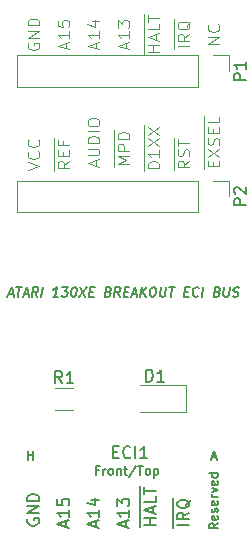
<source format=gto>
%TF.GenerationSoftware,KiCad,Pcbnew,5.1.9+dfsg1-1+deb11u1*%
%TF.CreationDate,2025-07-24T09:20:50+02:00*%
%TF.ProjectId,ECI-Breakout,4543492d-4272-4656-916b-6f75742e6b69,1.1*%
%TF.SameCoordinates,Original*%
%TF.FileFunction,Legend,Top*%
%TF.FilePolarity,Positive*%
%FSLAX46Y46*%
G04 Gerber Fmt 4.6, Leading zero omitted, Abs format (unit mm)*
G04 Created by KiCad (PCBNEW 5.1.9+dfsg1-1+deb11u1) date 2025-07-24 09:20:50*
%MOMM*%
%LPD*%
G01*
G04 APERTURE LIST*
%ADD10C,0.200000*%
%ADD11C,0.100000*%
%ADD12C,0.120000*%
%ADD13C,0.150000*%
G04 APERTURE END LIST*
D10*
X122288750Y-92081333D02*
X122669702Y-92081333D01*
X122183988Y-92309904D02*
X122550654Y-91509904D01*
X122717321Y-92309904D01*
X122969702Y-91509904D02*
X123426845Y-91509904D01*
X123098273Y-92309904D02*
X123198273Y-91509904D01*
X123583988Y-92081333D02*
X123964940Y-92081333D01*
X123479226Y-92309904D02*
X123845892Y-91509904D01*
X124012559Y-92309904D01*
X124736369Y-92309904D02*
X124517321Y-91928952D01*
X124279226Y-92309904D02*
X124379226Y-91509904D01*
X124683988Y-91509904D01*
X124755416Y-91548000D01*
X124788750Y-91586095D01*
X124817321Y-91662285D01*
X124803035Y-91776571D01*
X124755416Y-91852761D01*
X124712559Y-91890857D01*
X124631607Y-91928952D01*
X124326845Y-91928952D01*
X125079226Y-92309904D02*
X125179226Y-91509904D01*
X126488750Y-92309904D02*
X126031607Y-92309904D01*
X126260178Y-92309904D02*
X126360178Y-91509904D01*
X126269702Y-91624190D01*
X126183988Y-91700380D01*
X126103035Y-91738476D01*
X126855416Y-91509904D02*
X127350654Y-91509904D01*
X127045892Y-91814666D01*
X127160178Y-91814666D01*
X127231607Y-91852761D01*
X127264940Y-91890857D01*
X127293511Y-91967047D01*
X127269702Y-92157523D01*
X127222083Y-92233714D01*
X127179226Y-92271809D01*
X127098273Y-92309904D01*
X126869702Y-92309904D01*
X126798273Y-92271809D01*
X126764940Y-92233714D01*
X127845892Y-91509904D02*
X127922083Y-91509904D01*
X127993511Y-91548000D01*
X128026845Y-91586095D01*
X128055416Y-91662285D01*
X128074464Y-91814666D01*
X128050654Y-92005142D01*
X127993511Y-92157523D01*
X127945892Y-92233714D01*
X127903035Y-92271809D01*
X127822083Y-92309904D01*
X127745892Y-92309904D01*
X127674464Y-92271809D01*
X127641130Y-92233714D01*
X127612559Y-92157523D01*
X127593511Y-92005142D01*
X127617321Y-91814666D01*
X127674464Y-91662285D01*
X127722083Y-91586095D01*
X127764940Y-91548000D01*
X127845892Y-91509904D01*
X128379226Y-91509904D02*
X128812559Y-92309904D01*
X128912559Y-91509904D02*
X128279226Y-92309904D01*
X129169702Y-91890857D02*
X129436369Y-91890857D01*
X129498273Y-92309904D02*
X129117321Y-92309904D01*
X129217321Y-91509904D01*
X129598273Y-91509904D01*
X130769702Y-91890857D02*
X130879226Y-91928952D01*
X130912559Y-91967047D01*
X130941130Y-92043238D01*
X130926845Y-92157523D01*
X130879226Y-92233714D01*
X130836369Y-92271809D01*
X130755416Y-92309904D01*
X130450654Y-92309904D01*
X130550654Y-91509904D01*
X130817321Y-91509904D01*
X130888750Y-91548000D01*
X130922083Y-91586095D01*
X130950654Y-91662285D01*
X130941130Y-91738476D01*
X130893511Y-91814666D01*
X130850654Y-91852761D01*
X130769702Y-91890857D01*
X130503035Y-91890857D01*
X131707797Y-92309904D02*
X131488750Y-91928952D01*
X131250654Y-92309904D02*
X131350654Y-91509904D01*
X131655416Y-91509904D01*
X131726845Y-91548000D01*
X131760178Y-91586095D01*
X131788750Y-91662285D01*
X131774464Y-91776571D01*
X131726845Y-91852761D01*
X131683988Y-91890857D01*
X131603035Y-91928952D01*
X131298273Y-91928952D01*
X132103035Y-91890857D02*
X132369702Y-91890857D01*
X132431607Y-92309904D02*
X132050654Y-92309904D01*
X132150654Y-91509904D01*
X132531607Y-91509904D01*
X132764940Y-92081333D02*
X133145892Y-92081333D01*
X132660178Y-92309904D02*
X133026845Y-91509904D01*
X133193511Y-92309904D01*
X133460178Y-92309904D02*
X133560178Y-91509904D01*
X133917321Y-92309904D02*
X133631607Y-91852761D01*
X134017321Y-91509904D02*
X133503035Y-91967047D01*
X134512559Y-91509904D02*
X134664940Y-91509904D01*
X134736369Y-91548000D01*
X134803035Y-91624190D01*
X134822083Y-91776571D01*
X134788750Y-92043238D01*
X134731607Y-92195619D01*
X134645892Y-92271809D01*
X134564940Y-92309904D01*
X134412559Y-92309904D01*
X134341130Y-92271809D01*
X134274464Y-92195619D01*
X134255416Y-92043238D01*
X134288750Y-91776571D01*
X134345892Y-91624190D01*
X134431607Y-91548000D01*
X134512559Y-91509904D01*
X135198273Y-91509904D02*
X135117321Y-92157523D01*
X135145892Y-92233714D01*
X135179226Y-92271809D01*
X135250654Y-92309904D01*
X135403035Y-92309904D01*
X135483988Y-92271809D01*
X135526845Y-92233714D01*
X135574464Y-92157523D01*
X135655416Y-91509904D01*
X135922083Y-91509904D02*
X136379226Y-91509904D01*
X136050654Y-92309904D02*
X136150654Y-91509904D01*
X137207797Y-91890857D02*
X137474464Y-91890857D01*
X137536369Y-92309904D02*
X137155416Y-92309904D01*
X137255416Y-91509904D01*
X137636369Y-91509904D01*
X138345892Y-92233714D02*
X138303035Y-92271809D01*
X138183988Y-92309904D01*
X138107797Y-92309904D01*
X137998273Y-92271809D01*
X137931607Y-92195619D01*
X137903035Y-92119428D01*
X137883988Y-91967047D01*
X137898273Y-91852761D01*
X137955416Y-91700380D01*
X138003035Y-91624190D01*
X138088750Y-91548000D01*
X138207797Y-91509904D01*
X138283988Y-91509904D01*
X138393511Y-91548000D01*
X138426845Y-91586095D01*
X138679226Y-92309904D02*
X138779226Y-91509904D01*
X139988750Y-91890857D02*
X140098273Y-91928952D01*
X140131607Y-91967047D01*
X140160178Y-92043238D01*
X140145892Y-92157523D01*
X140098273Y-92233714D01*
X140055416Y-92271809D01*
X139974464Y-92309904D01*
X139669702Y-92309904D01*
X139769702Y-91509904D01*
X140036369Y-91509904D01*
X140107797Y-91548000D01*
X140141130Y-91586095D01*
X140169702Y-91662285D01*
X140160178Y-91738476D01*
X140112559Y-91814666D01*
X140069702Y-91852761D01*
X139988750Y-91890857D01*
X139722083Y-91890857D01*
X140569702Y-91509904D02*
X140488750Y-92157523D01*
X140517321Y-92233714D01*
X140550654Y-92271809D01*
X140622083Y-92309904D01*
X140774464Y-92309904D01*
X140855416Y-92271809D01*
X140898273Y-92233714D01*
X140945892Y-92157523D01*
X141026845Y-91509904D01*
X141274464Y-92271809D02*
X141383988Y-92309904D01*
X141574464Y-92309904D01*
X141655416Y-92271809D01*
X141698273Y-92233714D01*
X141745892Y-92157523D01*
X141755416Y-92081333D01*
X141726845Y-92005142D01*
X141693511Y-91967047D01*
X141622083Y-91928952D01*
X141474464Y-91890857D01*
X141403035Y-91852761D01*
X141369702Y-91814666D01*
X141341130Y-91738476D01*
X141350654Y-91662285D01*
X141398273Y-91586095D01*
X141441130Y-91548000D01*
X141522083Y-91509904D01*
X141712559Y-91509904D01*
X141822083Y-91548000D01*
D11*
X138850000Y-81509904D02*
X138850000Y-80605142D01*
X139628571Y-81271809D02*
X139628571Y-80938476D01*
X140152380Y-80795619D02*
X140152380Y-81271809D01*
X139152380Y-81271809D01*
X139152380Y-80795619D01*
X138850000Y-80605142D02*
X138850000Y-79652761D01*
X139152380Y-80462285D02*
X140152380Y-79795619D01*
X139152380Y-79795619D02*
X140152380Y-80462285D01*
X138850000Y-79652761D02*
X138850000Y-78700380D01*
X140104761Y-79462285D02*
X140152380Y-79319428D01*
X140152380Y-79081333D01*
X140104761Y-78986095D01*
X140057142Y-78938476D01*
X139961904Y-78890857D01*
X139866666Y-78890857D01*
X139771428Y-78938476D01*
X139723809Y-78986095D01*
X139676190Y-79081333D01*
X139628571Y-79271809D01*
X139580952Y-79367047D01*
X139533333Y-79414666D01*
X139438095Y-79462285D01*
X139342857Y-79462285D01*
X139247619Y-79414666D01*
X139200000Y-79367047D01*
X139152380Y-79271809D01*
X139152380Y-79033714D01*
X139200000Y-78890857D01*
X138850000Y-78700380D02*
X138850000Y-77795619D01*
X139628571Y-78462285D02*
X139628571Y-78128952D01*
X140152380Y-77986095D02*
X140152380Y-78462285D01*
X139152380Y-78462285D01*
X139152380Y-77986095D01*
X138850000Y-77795619D02*
X138850000Y-76986095D01*
X140152380Y-77081333D02*
X140152380Y-77557523D01*
X139152380Y-77557523D01*
X136310000Y-81621142D02*
X136310000Y-80621142D01*
X137612380Y-80811619D02*
X137136190Y-81144952D01*
X137612380Y-81383047D02*
X136612380Y-81383047D01*
X136612380Y-81002095D01*
X136660000Y-80906857D01*
X136707619Y-80859238D01*
X136802857Y-80811619D01*
X136945714Y-80811619D01*
X137040952Y-80859238D01*
X137088571Y-80906857D01*
X137136190Y-81002095D01*
X137136190Y-81383047D01*
X136310000Y-80621142D02*
X136310000Y-79668761D01*
X137564761Y-80430666D02*
X137612380Y-80287809D01*
X137612380Y-80049714D01*
X137564761Y-79954476D01*
X137517142Y-79906857D01*
X137421904Y-79859238D01*
X137326666Y-79859238D01*
X137231428Y-79906857D01*
X137183809Y-79954476D01*
X137136190Y-80049714D01*
X137088571Y-80240190D01*
X137040952Y-80335428D01*
X136993333Y-80383047D01*
X136898095Y-80430666D01*
X136802857Y-80430666D01*
X136707619Y-80383047D01*
X136660000Y-80335428D01*
X136612380Y-80240190D01*
X136612380Y-80002095D01*
X136660000Y-79859238D01*
X136310000Y-79668761D02*
X136310000Y-78906857D01*
X136612380Y-79573523D02*
X136612380Y-79002095D01*
X137612380Y-79287809D02*
X136612380Y-79287809D01*
X133770000Y-81684571D02*
X133770000Y-80684571D01*
X135072380Y-81446476D02*
X134072380Y-81446476D01*
X134072380Y-81208380D01*
X134120000Y-81065523D01*
X134215238Y-80970285D01*
X134310476Y-80922666D01*
X134500952Y-80875047D01*
X134643809Y-80875047D01*
X134834285Y-80922666D01*
X134929523Y-80970285D01*
X135024761Y-81065523D01*
X135072380Y-81208380D01*
X135072380Y-81446476D01*
X133770000Y-80684571D02*
X133770000Y-79732190D01*
X135072380Y-79922666D02*
X135072380Y-80494095D01*
X135072380Y-80208380D02*
X134072380Y-80208380D01*
X134215238Y-80303619D01*
X134310476Y-80398857D01*
X134358095Y-80494095D01*
X133770000Y-79732190D02*
X133770000Y-78779809D01*
X134072380Y-79589333D02*
X135072380Y-78922666D01*
X134072380Y-78922666D02*
X135072380Y-79589333D01*
X133770000Y-78779809D02*
X133770000Y-77827428D01*
X134072380Y-78636952D02*
X135072380Y-77970285D01*
X134072380Y-77970285D02*
X135072380Y-78636952D01*
X131230000Y-81327428D02*
X131230000Y-80184571D01*
X132532380Y-81089333D02*
X131532380Y-81089333D01*
X132246666Y-80756000D01*
X131532380Y-80422666D01*
X132532380Y-80422666D01*
X131230000Y-80184571D02*
X131230000Y-79184571D01*
X132532380Y-79946476D02*
X131532380Y-79946476D01*
X131532380Y-79565523D01*
X131580000Y-79470285D01*
X131627619Y-79422666D01*
X131722857Y-79375047D01*
X131865714Y-79375047D01*
X131960952Y-79422666D01*
X132008571Y-79470285D01*
X132056190Y-79565523D01*
X132056190Y-79946476D01*
X131230000Y-79184571D02*
X131230000Y-78184571D01*
X132532380Y-78946476D02*
X131532380Y-78946476D01*
X131532380Y-78708380D01*
X131580000Y-78565523D01*
X131675238Y-78470285D01*
X131770476Y-78422666D01*
X131960952Y-78375047D01*
X132103809Y-78375047D01*
X132294285Y-78422666D01*
X132389523Y-78470285D01*
X132484761Y-78565523D01*
X132532380Y-78708380D01*
X132532380Y-78946476D01*
X129706666Y-81271809D02*
X129706666Y-80795619D01*
X129992380Y-81367047D02*
X128992380Y-81033714D01*
X129992380Y-80700380D01*
X128992380Y-80367047D02*
X129801904Y-80367047D01*
X129897142Y-80319428D01*
X129944761Y-80271809D01*
X129992380Y-80176571D01*
X129992380Y-79986095D01*
X129944761Y-79890857D01*
X129897142Y-79843238D01*
X129801904Y-79795619D01*
X128992380Y-79795619D01*
X129992380Y-79319428D02*
X128992380Y-79319428D01*
X128992380Y-79081333D01*
X129040000Y-78938476D01*
X129135238Y-78843238D01*
X129230476Y-78795619D01*
X129420952Y-78748000D01*
X129563809Y-78748000D01*
X129754285Y-78795619D01*
X129849523Y-78843238D01*
X129944761Y-78938476D01*
X129992380Y-79081333D01*
X129992380Y-79319428D01*
X129992380Y-78319428D02*
X128992380Y-78319428D01*
X128992380Y-77652761D02*
X128992380Y-77462285D01*
X129040000Y-77367047D01*
X129135238Y-77271809D01*
X129325714Y-77224190D01*
X129659047Y-77224190D01*
X129849523Y-77271809D01*
X129944761Y-77367047D01*
X129992380Y-77462285D01*
X129992380Y-77652761D01*
X129944761Y-77748000D01*
X129849523Y-77843238D01*
X129659047Y-77890857D01*
X129325714Y-77890857D01*
X129135238Y-77843238D01*
X129040000Y-77748000D01*
X128992380Y-77652761D01*
X126150000Y-81644952D02*
X126150000Y-80644952D01*
X127452380Y-80835428D02*
X126976190Y-81168761D01*
X127452380Y-81406857D02*
X126452380Y-81406857D01*
X126452380Y-81025904D01*
X126500000Y-80930666D01*
X126547619Y-80883047D01*
X126642857Y-80835428D01*
X126785714Y-80835428D01*
X126880952Y-80883047D01*
X126928571Y-80930666D01*
X126976190Y-81025904D01*
X126976190Y-81406857D01*
X126150000Y-80644952D02*
X126150000Y-79740190D01*
X126928571Y-80406857D02*
X126928571Y-80073523D01*
X127452380Y-79930666D02*
X127452380Y-80406857D01*
X126452380Y-80406857D01*
X126452380Y-79930666D01*
X126150000Y-79740190D02*
X126150000Y-78883047D01*
X126928571Y-79168761D02*
X126928571Y-79502095D01*
X127452380Y-79502095D02*
X126452380Y-79502095D01*
X126452380Y-79025904D01*
X123912380Y-81597333D02*
X124912380Y-81264000D01*
X123912380Y-80930666D01*
X124817142Y-80025904D02*
X124864761Y-80073523D01*
X124912380Y-80216380D01*
X124912380Y-80311619D01*
X124864761Y-80454476D01*
X124769523Y-80549714D01*
X124674285Y-80597333D01*
X124483809Y-80644952D01*
X124340952Y-80644952D01*
X124150476Y-80597333D01*
X124055238Y-80549714D01*
X123960000Y-80454476D01*
X123912380Y-80311619D01*
X123912380Y-80216380D01*
X123960000Y-80073523D01*
X124007619Y-80025904D01*
X124817142Y-79025904D02*
X124864761Y-79073523D01*
X124912380Y-79216380D01*
X124912380Y-79311619D01*
X124864761Y-79454476D01*
X124769523Y-79549714D01*
X124674285Y-79597333D01*
X124483809Y-79644952D01*
X124340952Y-79644952D01*
X124150476Y-79597333D01*
X124055238Y-79549714D01*
X123960000Y-79454476D01*
X123912380Y-79311619D01*
X123912380Y-79216380D01*
X123960000Y-79073523D01*
X124007619Y-79025904D01*
X140152380Y-70889714D02*
X139152380Y-70889714D01*
X140152380Y-70318285D01*
X139152380Y-70318285D01*
X140057142Y-69270666D02*
X140104761Y-69318285D01*
X140152380Y-69461142D01*
X140152380Y-69556380D01*
X140104761Y-69699238D01*
X140009523Y-69794476D01*
X139914285Y-69842095D01*
X139723809Y-69889714D01*
X139580952Y-69889714D01*
X139390476Y-69842095D01*
X139295238Y-69794476D01*
X139200000Y-69699238D01*
X139152380Y-69556380D01*
X139152380Y-69461142D01*
X139200000Y-69318285D01*
X139247619Y-69270666D01*
X136310000Y-71365904D02*
X136310000Y-70889714D01*
X137612380Y-71127809D02*
X136612380Y-71127809D01*
X136310000Y-70889714D02*
X136310000Y-69889714D01*
X137612380Y-70080190D02*
X137136190Y-70413523D01*
X137612380Y-70651619D02*
X136612380Y-70651619D01*
X136612380Y-70270666D01*
X136660000Y-70175428D01*
X136707619Y-70127809D01*
X136802857Y-70080190D01*
X136945714Y-70080190D01*
X137040952Y-70127809D01*
X137088571Y-70175428D01*
X137136190Y-70270666D01*
X137136190Y-70651619D01*
X136310000Y-69889714D02*
X136310000Y-68842095D01*
X137707619Y-68984952D02*
X137660000Y-69080190D01*
X137564761Y-69175428D01*
X137421904Y-69318285D01*
X137374285Y-69413523D01*
X137374285Y-69508761D01*
X137612380Y-69461142D02*
X137564761Y-69556380D01*
X137469523Y-69651619D01*
X137279047Y-69699238D01*
X136945714Y-69699238D01*
X136755238Y-69651619D01*
X136660000Y-69556380D01*
X136612380Y-69461142D01*
X136612380Y-69270666D01*
X136660000Y-69175428D01*
X136755238Y-69080190D01*
X136945714Y-69032571D01*
X137279047Y-69032571D01*
X137469523Y-69080190D01*
X137564761Y-69175428D01*
X137612380Y-69270666D01*
X137612380Y-69461142D01*
X133770000Y-71842095D02*
X133770000Y-70794476D01*
X135072380Y-71604000D02*
X134072380Y-71604000D01*
X134548571Y-71604000D02*
X134548571Y-71032571D01*
X135072380Y-71032571D02*
X134072380Y-71032571D01*
X133770000Y-70794476D02*
X133770000Y-69937333D01*
X134786666Y-70604000D02*
X134786666Y-70127809D01*
X135072380Y-70699238D02*
X134072380Y-70365904D01*
X135072380Y-70032571D01*
X133770000Y-69937333D02*
X133770000Y-69127809D01*
X135072380Y-69223047D02*
X135072380Y-69699238D01*
X134072380Y-69699238D01*
X133770000Y-69127809D02*
X133770000Y-68365904D01*
X134072380Y-69032571D02*
X134072380Y-68461142D01*
X135072380Y-68746857D02*
X134072380Y-68746857D01*
X132246666Y-71294476D02*
X132246666Y-70818285D01*
X132532380Y-71389714D02*
X131532380Y-71056380D01*
X132532380Y-70723047D01*
X132532380Y-69865904D02*
X132532380Y-70437333D01*
X132532380Y-70151619D02*
X131532380Y-70151619D01*
X131675238Y-70246857D01*
X131770476Y-70342095D01*
X131818095Y-70437333D01*
X131532380Y-69532571D02*
X131532380Y-68913523D01*
X131913333Y-69246857D01*
X131913333Y-69104000D01*
X131960952Y-69008761D01*
X132008571Y-68961142D01*
X132103809Y-68913523D01*
X132341904Y-68913523D01*
X132437142Y-68961142D01*
X132484761Y-69008761D01*
X132532380Y-69104000D01*
X132532380Y-69389714D01*
X132484761Y-69484952D01*
X132437142Y-69532571D01*
X129706666Y-71294476D02*
X129706666Y-70818285D01*
X129992380Y-71389714D02*
X128992380Y-71056380D01*
X129992380Y-70723047D01*
X129992380Y-69865904D02*
X129992380Y-70437333D01*
X129992380Y-70151619D02*
X128992380Y-70151619D01*
X129135238Y-70246857D01*
X129230476Y-70342095D01*
X129278095Y-70437333D01*
X129325714Y-69008761D02*
X129992380Y-69008761D01*
X128944761Y-69246857D02*
X129659047Y-69484952D01*
X129659047Y-68865904D01*
X127166666Y-71294476D02*
X127166666Y-70818285D01*
X127452380Y-71389714D02*
X126452380Y-71056380D01*
X127452380Y-70723047D01*
X127452380Y-69865904D02*
X127452380Y-70437333D01*
X127452380Y-70151619D02*
X126452380Y-70151619D01*
X126595238Y-70246857D01*
X126690476Y-70342095D01*
X126738095Y-70437333D01*
X126452380Y-68961142D02*
X126452380Y-69437333D01*
X126928571Y-69484952D01*
X126880952Y-69437333D01*
X126833333Y-69342095D01*
X126833333Y-69104000D01*
X126880952Y-69008761D01*
X126928571Y-68961142D01*
X127023809Y-68913523D01*
X127261904Y-68913523D01*
X127357142Y-68961142D01*
X127404761Y-69008761D01*
X127452380Y-69104000D01*
X127452380Y-69342095D01*
X127404761Y-69437333D01*
X127357142Y-69484952D01*
X123960000Y-70865904D02*
X123912380Y-70961142D01*
X123912380Y-71104000D01*
X123960000Y-71246857D01*
X124055238Y-71342095D01*
X124150476Y-71389714D01*
X124340952Y-71437333D01*
X124483809Y-71437333D01*
X124674285Y-71389714D01*
X124769523Y-71342095D01*
X124864761Y-71246857D01*
X124912380Y-71104000D01*
X124912380Y-71008761D01*
X124864761Y-70865904D01*
X124817142Y-70818285D01*
X124483809Y-70818285D01*
X124483809Y-71008761D01*
X124912380Y-70389714D02*
X123912380Y-70389714D01*
X124912380Y-69818285D01*
X123912380Y-69818285D01*
X124912380Y-69342095D02*
X123912380Y-69342095D01*
X123912380Y-69104000D01*
X123960000Y-68961142D01*
X124055238Y-68865904D01*
X124150476Y-68818285D01*
X124340952Y-68770666D01*
X124483809Y-68770666D01*
X124674285Y-68818285D01*
X124769523Y-68865904D01*
X124864761Y-68961142D01*
X124912380Y-69104000D01*
X124912380Y-69342095D01*
D12*
%TO.C,D1*%
X137305000Y-99815000D02*
X133420000Y-99815000D01*
X137305000Y-102085000D02*
X137305000Y-99815000D01*
X133420000Y-102085000D02*
X137305000Y-102085000D01*
%TO.C,P1*%
X140930000Y-71900000D02*
X140930000Y-73230000D01*
X139600000Y-71900000D02*
X140930000Y-71900000D01*
X138330000Y-71900000D02*
X138330000Y-74560000D01*
X138330000Y-74560000D02*
X123030000Y-74560000D01*
X138330000Y-71900000D02*
X123030000Y-71900000D01*
X123030000Y-71900000D02*
X123030000Y-74560000D01*
%TO.C,P2*%
X123030000Y-82500000D02*
X123030000Y-85160000D01*
X138330000Y-82500000D02*
X123030000Y-82500000D01*
X138330000Y-85160000D02*
X123030000Y-85160000D01*
X138330000Y-82500000D02*
X138330000Y-85160000D01*
X139600000Y-82500000D02*
X140930000Y-82500000D01*
X140930000Y-82500000D02*
X140930000Y-83830000D01*
%TO.C,R1*%
X126272936Y-101910000D02*
X127727064Y-101910000D01*
X126272936Y-100090000D02*
X127727064Y-100090000D01*
%TO.C,ECI1*%
D13*
X131131428Y-105466571D02*
X131464761Y-105466571D01*
X131607619Y-105990380D02*
X131131428Y-105990380D01*
X131131428Y-104990380D01*
X131607619Y-104990380D01*
X132607619Y-105895142D02*
X132560000Y-105942761D01*
X132417142Y-105990380D01*
X132321904Y-105990380D01*
X132179047Y-105942761D01*
X132083809Y-105847523D01*
X132036190Y-105752285D01*
X131988571Y-105561809D01*
X131988571Y-105418952D01*
X132036190Y-105228476D01*
X132083809Y-105133238D01*
X132179047Y-105038000D01*
X132321904Y-104990380D01*
X132417142Y-104990380D01*
X132560000Y-105038000D01*
X132607619Y-105085619D01*
X133036190Y-105990380D02*
X133036190Y-104990380D01*
X134036190Y-105990380D02*
X133464761Y-105990380D01*
X133750476Y-105990380D02*
X133750476Y-104990380D01*
X133655238Y-105133238D01*
X133560000Y-105228476D01*
X133464761Y-105276095D01*
X129931000Y-107008428D02*
X129681000Y-107008428D01*
X129681000Y-107401285D02*
X129681000Y-106651285D01*
X130038142Y-106651285D01*
X130323857Y-107401285D02*
X130323857Y-106901285D01*
X130323857Y-107044142D02*
X130359571Y-106972714D01*
X130395285Y-106937000D01*
X130466714Y-106901285D01*
X130538142Y-106901285D01*
X130895285Y-107401285D02*
X130823857Y-107365571D01*
X130788142Y-107329857D01*
X130752428Y-107258428D01*
X130752428Y-107044142D01*
X130788142Y-106972714D01*
X130823857Y-106937000D01*
X130895285Y-106901285D01*
X131002428Y-106901285D01*
X131073857Y-106937000D01*
X131109571Y-106972714D01*
X131145285Y-107044142D01*
X131145285Y-107258428D01*
X131109571Y-107329857D01*
X131073857Y-107365571D01*
X131002428Y-107401285D01*
X130895285Y-107401285D01*
X131466714Y-106901285D02*
X131466714Y-107401285D01*
X131466714Y-106972714D02*
X131502428Y-106937000D01*
X131573857Y-106901285D01*
X131681000Y-106901285D01*
X131752428Y-106937000D01*
X131788142Y-107008428D01*
X131788142Y-107401285D01*
X132038142Y-106901285D02*
X132323857Y-106901285D01*
X132145285Y-106651285D02*
X132145285Y-107294142D01*
X132181000Y-107365571D01*
X132252428Y-107401285D01*
X132323857Y-107401285D01*
X133109571Y-106615571D02*
X132466714Y-107579857D01*
X133252428Y-106651285D02*
X133681000Y-106651285D01*
X133466714Y-107401285D02*
X133466714Y-106651285D01*
X134038142Y-107401285D02*
X133966714Y-107365571D01*
X133931000Y-107329857D01*
X133895285Y-107258428D01*
X133895285Y-107044142D01*
X133931000Y-106972714D01*
X133966714Y-106937000D01*
X134038142Y-106901285D01*
X134145285Y-106901285D01*
X134216714Y-106937000D01*
X134252428Y-106972714D01*
X134288142Y-107044142D01*
X134288142Y-107258428D01*
X134252428Y-107329857D01*
X134216714Y-107365571D01*
X134145285Y-107401285D01*
X134038142Y-107401285D01*
X134609571Y-106901285D02*
X134609571Y-107651285D01*
X134609571Y-106937000D02*
X134681000Y-106901285D01*
X134823857Y-106901285D01*
X134895285Y-106937000D01*
X134931000Y-106972714D01*
X134966714Y-107044142D01*
X134966714Y-107258428D01*
X134931000Y-107329857D01*
X134895285Y-107365571D01*
X134823857Y-107401285D01*
X134681000Y-107401285D01*
X134609571Y-107365571D01*
X123963714Y-106131285D02*
X123963714Y-105381285D01*
X123963714Y-105738428D02*
X124392285Y-105738428D01*
X124392285Y-106131285D02*
X124392285Y-105381285D01*
X139493428Y-105917000D02*
X139850571Y-105917000D01*
X139422000Y-106131285D02*
X139672000Y-105381285D01*
X139922000Y-106131285D01*
X140011285Y-111494857D02*
X139654142Y-111744857D01*
X140011285Y-111923428D02*
X139261285Y-111923428D01*
X139261285Y-111637714D01*
X139297000Y-111566285D01*
X139332714Y-111530571D01*
X139404142Y-111494857D01*
X139511285Y-111494857D01*
X139582714Y-111530571D01*
X139618428Y-111566285D01*
X139654142Y-111637714D01*
X139654142Y-111923428D01*
X139975571Y-110887714D02*
X140011285Y-110959142D01*
X140011285Y-111102000D01*
X139975571Y-111173428D01*
X139904142Y-111209142D01*
X139618428Y-111209142D01*
X139547000Y-111173428D01*
X139511285Y-111102000D01*
X139511285Y-110959142D01*
X139547000Y-110887714D01*
X139618428Y-110852000D01*
X139689857Y-110852000D01*
X139761285Y-111209142D01*
X139975571Y-110566285D02*
X140011285Y-110494857D01*
X140011285Y-110352000D01*
X139975571Y-110280571D01*
X139904142Y-110244857D01*
X139868428Y-110244857D01*
X139797000Y-110280571D01*
X139761285Y-110352000D01*
X139761285Y-110459142D01*
X139725571Y-110530571D01*
X139654142Y-110566285D01*
X139618428Y-110566285D01*
X139547000Y-110530571D01*
X139511285Y-110459142D01*
X139511285Y-110352000D01*
X139547000Y-110280571D01*
X139975571Y-109637714D02*
X140011285Y-109709142D01*
X140011285Y-109852000D01*
X139975571Y-109923428D01*
X139904142Y-109959142D01*
X139618428Y-109959142D01*
X139547000Y-109923428D01*
X139511285Y-109852000D01*
X139511285Y-109709142D01*
X139547000Y-109637714D01*
X139618428Y-109602000D01*
X139689857Y-109602000D01*
X139761285Y-109959142D01*
X140011285Y-109280571D02*
X139511285Y-109280571D01*
X139654142Y-109280571D02*
X139582714Y-109244857D01*
X139547000Y-109209142D01*
X139511285Y-109137714D01*
X139511285Y-109066285D01*
X139511285Y-108887714D02*
X140011285Y-108709142D01*
X139511285Y-108530571D01*
X139975571Y-107959142D02*
X140011285Y-108030571D01*
X140011285Y-108173428D01*
X139975571Y-108244857D01*
X139904142Y-108280571D01*
X139618428Y-108280571D01*
X139547000Y-108244857D01*
X139511285Y-108173428D01*
X139511285Y-108030571D01*
X139547000Y-107959142D01*
X139618428Y-107923428D01*
X139689857Y-107923428D01*
X139761285Y-108280571D01*
X140011285Y-107280571D02*
X139261285Y-107280571D01*
X139975571Y-107280571D02*
X140011285Y-107352000D01*
X140011285Y-107494857D01*
X139975571Y-107566285D01*
X139939857Y-107602000D01*
X139868428Y-107637714D01*
X139654142Y-107637714D01*
X139582714Y-107602000D01*
X139547000Y-107566285D01*
X139511285Y-107494857D01*
X139511285Y-107352000D01*
X139547000Y-107280571D01*
X136217000Y-111879904D02*
X136217000Y-111403714D01*
X137584380Y-111641809D02*
X136584380Y-111641809D01*
X136217000Y-111403714D02*
X136217000Y-110403714D01*
X137584380Y-110594190D02*
X137108190Y-110927523D01*
X137584380Y-111165619D02*
X136584380Y-111165619D01*
X136584380Y-110784666D01*
X136632000Y-110689428D01*
X136679619Y-110641809D01*
X136774857Y-110594190D01*
X136917714Y-110594190D01*
X137012952Y-110641809D01*
X137060571Y-110689428D01*
X137108190Y-110784666D01*
X137108190Y-111165619D01*
X136217000Y-110403714D02*
X136217000Y-109356095D01*
X137679619Y-109498952D02*
X137632000Y-109594190D01*
X137536761Y-109689428D01*
X137393904Y-109832285D01*
X137346285Y-109927523D01*
X137346285Y-110022761D01*
X137584380Y-109975142D02*
X137536761Y-110070380D01*
X137441523Y-110165619D01*
X137251047Y-110213238D01*
X136917714Y-110213238D01*
X136727238Y-110165619D01*
X136632000Y-110070380D01*
X136584380Y-109975142D01*
X136584380Y-109784666D01*
X136632000Y-109689428D01*
X136727238Y-109594190D01*
X136917714Y-109546571D01*
X137251047Y-109546571D01*
X137441523Y-109594190D01*
X137536761Y-109689428D01*
X137584380Y-109784666D01*
X137584380Y-109975142D01*
X133423000Y-111848095D02*
X133423000Y-110800476D01*
X134790380Y-111610000D02*
X133790380Y-111610000D01*
X134266571Y-111610000D02*
X134266571Y-111038571D01*
X134790380Y-111038571D02*
X133790380Y-111038571D01*
X133423000Y-110800476D02*
X133423000Y-109943333D01*
X134504666Y-110610000D02*
X134504666Y-110133809D01*
X134790380Y-110705238D02*
X133790380Y-110371904D01*
X134790380Y-110038571D01*
X133423000Y-109943333D02*
X133423000Y-109133809D01*
X134790380Y-109229047D02*
X134790380Y-109705238D01*
X133790380Y-109705238D01*
X133423000Y-109133809D02*
X133423000Y-108371904D01*
X133790380Y-109038571D02*
X133790380Y-108467142D01*
X134790380Y-108752857D02*
X133790380Y-108752857D01*
X132218666Y-111808476D02*
X132218666Y-111332285D01*
X132504380Y-111903714D02*
X131504380Y-111570380D01*
X132504380Y-111237047D01*
X132504380Y-110379904D02*
X132504380Y-110951333D01*
X132504380Y-110665619D02*
X131504380Y-110665619D01*
X131647238Y-110760857D01*
X131742476Y-110856095D01*
X131790095Y-110951333D01*
X131504380Y-110046571D02*
X131504380Y-109427523D01*
X131885333Y-109760857D01*
X131885333Y-109618000D01*
X131932952Y-109522761D01*
X131980571Y-109475142D01*
X132075809Y-109427523D01*
X132313904Y-109427523D01*
X132409142Y-109475142D01*
X132456761Y-109522761D01*
X132504380Y-109618000D01*
X132504380Y-109903714D01*
X132456761Y-109998952D01*
X132409142Y-110046571D01*
X129678666Y-111808476D02*
X129678666Y-111332285D01*
X129964380Y-111903714D02*
X128964380Y-111570380D01*
X129964380Y-111237047D01*
X129964380Y-110379904D02*
X129964380Y-110951333D01*
X129964380Y-110665619D02*
X128964380Y-110665619D01*
X129107238Y-110760857D01*
X129202476Y-110856095D01*
X129250095Y-110951333D01*
X129297714Y-109522761D02*
X129964380Y-109522761D01*
X128916761Y-109760857D02*
X129631047Y-109998952D01*
X129631047Y-109379904D01*
X127138666Y-111808476D02*
X127138666Y-111332285D01*
X127424380Y-111903714D02*
X126424380Y-111570380D01*
X127424380Y-111237047D01*
X127424380Y-110379904D02*
X127424380Y-110951333D01*
X127424380Y-110665619D02*
X126424380Y-110665619D01*
X126567238Y-110760857D01*
X126662476Y-110856095D01*
X126710095Y-110951333D01*
X126424380Y-109475142D02*
X126424380Y-109951333D01*
X126900571Y-109998952D01*
X126852952Y-109951333D01*
X126805333Y-109856095D01*
X126805333Y-109618000D01*
X126852952Y-109522761D01*
X126900571Y-109475142D01*
X126995809Y-109427523D01*
X127233904Y-109427523D01*
X127329142Y-109475142D01*
X127376761Y-109522761D01*
X127424380Y-109618000D01*
X127424380Y-109856095D01*
X127376761Y-109951333D01*
X127329142Y-109998952D01*
X123932000Y-111125904D02*
X123884380Y-111221142D01*
X123884380Y-111364000D01*
X123932000Y-111506857D01*
X124027238Y-111602095D01*
X124122476Y-111649714D01*
X124312952Y-111697333D01*
X124455809Y-111697333D01*
X124646285Y-111649714D01*
X124741523Y-111602095D01*
X124836761Y-111506857D01*
X124884380Y-111364000D01*
X124884380Y-111268761D01*
X124836761Y-111125904D01*
X124789142Y-111078285D01*
X124455809Y-111078285D01*
X124455809Y-111268761D01*
X124884380Y-110649714D02*
X123884380Y-110649714D01*
X124884380Y-110078285D01*
X123884380Y-110078285D01*
X124884380Y-109602095D02*
X123884380Y-109602095D01*
X123884380Y-109364000D01*
X123932000Y-109221142D01*
X124027238Y-109125904D01*
X124122476Y-109078285D01*
X124312952Y-109030666D01*
X124455809Y-109030666D01*
X124646285Y-109078285D01*
X124741523Y-109125904D01*
X124836761Y-109221142D01*
X124884380Y-109364000D01*
X124884380Y-109602095D01*
%TO.C,D1*%
X133951904Y-99502380D02*
X133951904Y-98502380D01*
X134190000Y-98502380D01*
X134332857Y-98550000D01*
X134428095Y-98645238D01*
X134475714Y-98740476D01*
X134523333Y-98930952D01*
X134523333Y-99073809D01*
X134475714Y-99264285D01*
X134428095Y-99359523D01*
X134332857Y-99454761D01*
X134190000Y-99502380D01*
X133951904Y-99502380D01*
X135475714Y-99502380D02*
X134904285Y-99502380D01*
X135190000Y-99502380D02*
X135190000Y-98502380D01*
X135094761Y-98645238D01*
X134999523Y-98740476D01*
X134904285Y-98788095D01*
%TO.C,P1*%
X142382380Y-73968095D02*
X141382380Y-73968095D01*
X141382380Y-73587142D01*
X141430000Y-73491904D01*
X141477619Y-73444285D01*
X141572857Y-73396666D01*
X141715714Y-73396666D01*
X141810952Y-73444285D01*
X141858571Y-73491904D01*
X141906190Y-73587142D01*
X141906190Y-73968095D01*
X142382380Y-72444285D02*
X142382380Y-73015714D01*
X142382380Y-72730000D02*
X141382380Y-72730000D01*
X141525238Y-72825238D01*
X141620476Y-72920476D01*
X141668095Y-73015714D01*
%TO.C,P2*%
X142382380Y-84568095D02*
X141382380Y-84568095D01*
X141382380Y-84187142D01*
X141430000Y-84091904D01*
X141477619Y-84044285D01*
X141572857Y-83996666D01*
X141715714Y-83996666D01*
X141810952Y-84044285D01*
X141858571Y-84091904D01*
X141906190Y-84187142D01*
X141906190Y-84568095D01*
X141477619Y-83615714D02*
X141430000Y-83568095D01*
X141382380Y-83472857D01*
X141382380Y-83234761D01*
X141430000Y-83139523D01*
X141477619Y-83091904D01*
X141572857Y-83044285D01*
X141668095Y-83044285D01*
X141810952Y-83091904D01*
X142382380Y-83663333D01*
X142382380Y-83044285D01*
%TO.C,R1*%
X126833333Y-99632380D02*
X126500000Y-99156190D01*
X126261904Y-99632380D02*
X126261904Y-98632380D01*
X126642857Y-98632380D01*
X126738095Y-98680000D01*
X126785714Y-98727619D01*
X126833333Y-98822857D01*
X126833333Y-98965714D01*
X126785714Y-99060952D01*
X126738095Y-99108571D01*
X126642857Y-99156190D01*
X126261904Y-99156190D01*
X127785714Y-99632380D02*
X127214285Y-99632380D01*
X127500000Y-99632380D02*
X127500000Y-98632380D01*
X127404761Y-98775238D01*
X127309523Y-98870476D01*
X127214285Y-98918095D01*
%TD*%
M02*

</source>
